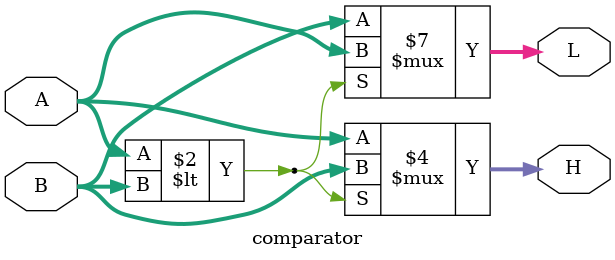
<source format=v>

module comparator#(parameter WIDTH = 16)
(
	input [WIDTH-1:0]A, 
	input	[WIDTH-1:0]B,
	output reg [WIDTH-1:0]L,
	output reg [WIDTH-1:0]H 
);

always@(*)
	begin
		if(A < B)
			begin 
				L <= A; 
				H <= B;
			end
		else 
			begin 
				L <= B; 
				H <= A; 
			end
	end
endmodule  
</source>
